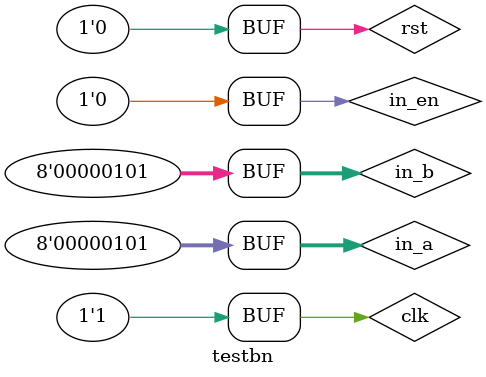
<source format=v>
`timescale 1ns / 1ps


module testbn;

	// Inputs
	reg clk;
	reg rst;
	reg in_en;
	reg [7:0] in_a;
	reg [7:0] in_b;

	// Outputs
	wire [15:0] prdct;
	wire out_en;

	// Instantiate the Unit Under Test (UUT)
	fsm_mulplier uut (
		.clk(clk), 
		.rst(rst), 
		.in_en(in_en), 
		.a(in_a), 
		.b(in_b), 
		.prdct(prdct), 
		.out_en(out_en)
	);
localparam T =20;

always begin
   clk = 0;
	#(T/2);
	clk = 1;
	#(T/2);
	      end
	initial begin
		// Initialize Inputs
		rst = 1;
		in_en = 0;
		in_a = 0;
		in_b = 0;

		// Wait 100 ns for global reset to finish
		#70;
        rst = 0;
		#10
		in_en = 1'b1;
		in_a  = 8'b00000101 ;
		in_b  = 8'b00000101 ;
		#20
		in_en = 1'b0;
		// Add stimulus here

	end
      
endmodule


</source>
